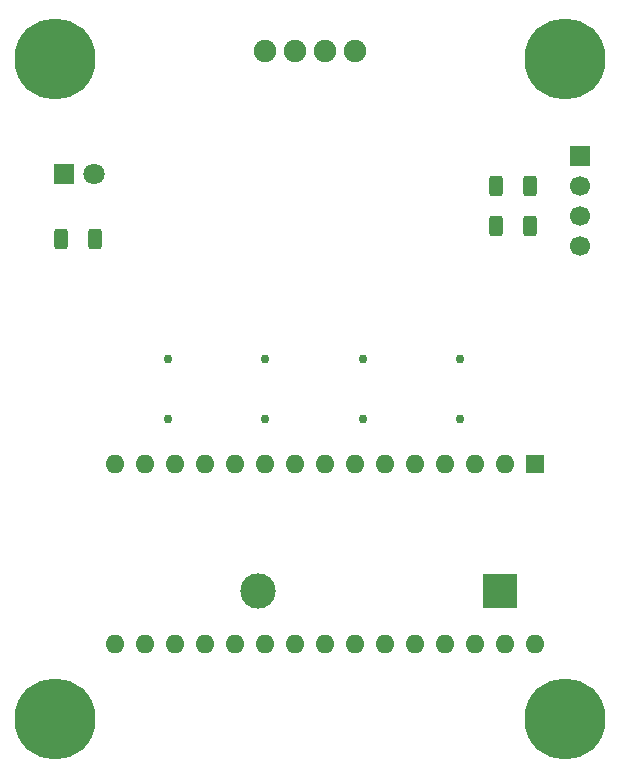
<source format=gbr>
%TF.GenerationSoftware,KiCad,Pcbnew,9.0.7-9.0.7~ubuntu24.04.1*%
%TF.CreationDate,2026-02-13T13:47:40-05:00*%
%TF.ProjectId,ControlPanelRTC,436f6e74-726f-46c5-9061-6e656c525443,rev?*%
%TF.SameCoordinates,Original*%
%TF.FileFunction,Soldermask,Top*%
%TF.FilePolarity,Negative*%
%FSLAX46Y46*%
G04 Gerber Fmt 4.6, Leading zero omitted, Abs format (unit mm)*
G04 Created by KiCad (PCBNEW 9.0.7-9.0.7~ubuntu24.04.1) date 2026-02-13 13:47:40*
%MOMM*%
%LPD*%
G01*
G04 APERTURE LIST*
G04 Aperture macros list*
%AMRoundRect*
0 Rectangle with rounded corners*
0 $1 Rounding radius*
0 $2 $3 $4 $5 $6 $7 $8 $9 X,Y pos of 4 corners*
0 Add a 4 corners polygon primitive as box body*
4,1,4,$2,$3,$4,$5,$6,$7,$8,$9,$2,$3,0*
0 Add four circle primitives for the rounded corners*
1,1,$1+$1,$2,$3*
1,1,$1+$1,$4,$5*
1,1,$1+$1,$6,$7*
1,1,$1+$1,$8,$9*
0 Add four rect primitives between the rounded corners*
20,1,$1+$1,$2,$3,$4,$5,0*
20,1,$1+$1,$4,$5,$6,$7,0*
20,1,$1+$1,$6,$7,$8,$9,0*
20,1,$1+$1,$8,$9,$2,$3,0*%
G04 Aperture macros list end*
%ADD10C,6.858000*%
%ADD11R,3.000000X3.000000*%
%ADD12C,3.000000*%
%ADD13C,0.762000*%
%ADD14R,1.800000X1.800000*%
%ADD15C,1.800000*%
%ADD16RoundRect,0.250000X0.312500X0.625000X-0.312500X0.625000X-0.312500X-0.625000X0.312500X-0.625000X0*%
%ADD17R,1.600000X1.600000*%
%ADD18O,1.600000X1.600000*%
%ADD19C,1.905000*%
%ADD20R,1.700000X1.700000*%
%ADD21C,1.700000*%
G04 APERTURE END LIST*
D10*
%TO.C,H4*%
X165100000Y-100965000D03*
%TD*%
%TO.C,H3*%
X121920000Y-100965000D03*
%TD*%
%TO.C,H2*%
X165100000Y-45085000D03*
%TD*%
%TO.C,H1*%
X121920000Y-45085000D03*
%TD*%
D11*
%TO.C,BT1*%
X159570000Y-90169999D03*
D12*
X139080000Y-90169999D03*
%TD*%
D13*
%TO.C,SW4*%
X131445000Y-70485000D03*
X131445000Y-75565000D03*
%TD*%
%TO.C,SW3*%
X139700000Y-75565000D03*
X139700000Y-70485000D03*
%TD*%
%TO.C,SW2*%
X147955000Y-75565000D03*
X147955000Y-70485000D03*
%TD*%
%TO.C,SW1*%
X156210000Y-75565000D03*
X156210000Y-70485000D03*
%TD*%
D14*
%TO.C,Q1*%
X122682000Y-54864000D03*
D15*
X125222000Y-54864000D03*
%TD*%
D16*
%TO.C,R7*%
X162117500Y-59190000D03*
X159192500Y-59190000D03*
%TD*%
D17*
%TO.C,A1*%
X162560000Y-79375000D03*
D18*
X160020000Y-79375000D03*
X157480000Y-79375000D03*
X154940000Y-79375000D03*
X152400000Y-79375000D03*
X149860000Y-79375000D03*
X147320000Y-79375000D03*
X144780000Y-79375000D03*
X142240000Y-79375000D03*
X139700000Y-79375000D03*
X137160000Y-79375000D03*
X134620000Y-79375000D03*
X132080000Y-79375000D03*
X129540000Y-79375000D03*
X127000000Y-79375000D03*
X127000000Y-94615000D03*
X129540000Y-94615000D03*
X132080000Y-94615000D03*
X134620000Y-94615000D03*
X137160000Y-94615000D03*
X139700000Y-94615000D03*
X142240000Y-94615000D03*
X144780000Y-94615000D03*
X147320000Y-94615000D03*
X149860000Y-94615000D03*
X152400000Y-94615000D03*
X154940000Y-94615000D03*
X157480000Y-94615000D03*
X160020000Y-94615000D03*
X162560000Y-94615000D03*
%TD*%
D16*
%TO.C,R5*%
X125287500Y-60325000D03*
X122362500Y-60325000D03*
%TD*%
D19*
%TO.C,J2*%
X139700000Y-44450000D03*
X142240000Y-44450000D03*
X144780000Y-44450000D03*
X147320000Y-44450000D03*
%TD*%
D20*
%TO.C,J1*%
X166370000Y-53340000D03*
D21*
X166370000Y-55880000D03*
X166370000Y-58420000D03*
X166370000Y-60960000D03*
%TD*%
D16*
%TO.C,R6*%
X162117500Y-55880000D03*
X159192500Y-55880000D03*
%TD*%
M02*

</source>
